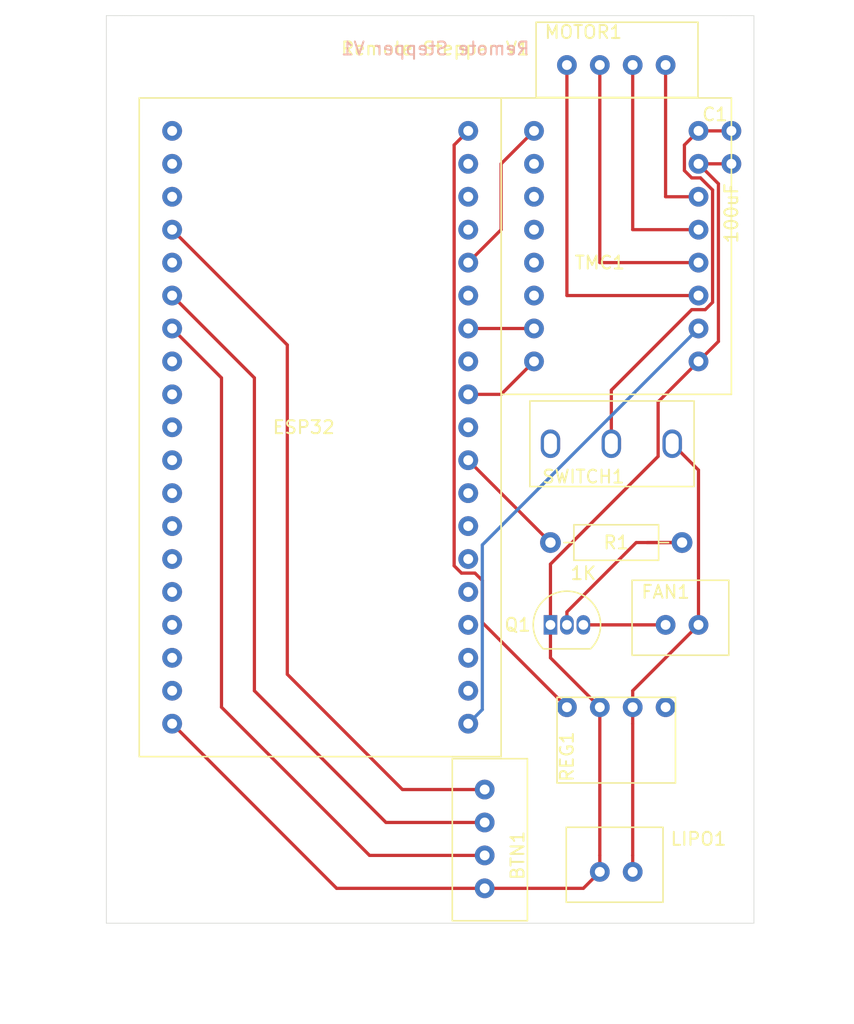
<source format=kicad_pcb>
(kicad_pcb (version 20171130) (host pcbnew "(5.1.8)-1")

  (general
    (thickness 1.6)
    (drawings 6)
    (tracks 77)
    (zones 0)
    (modules 15)
    (nets 54)
  )

  (page A4)
  (layers
    (0 F.Cu signal)
    (31 B.Cu signal)
    (32 B.Adhes user)
    (33 F.Adhes user)
    (34 B.Paste user)
    (35 F.Paste user)
    (36 B.SilkS user)
    (37 F.SilkS user)
    (38 B.Mask user)
    (39 F.Mask user)
    (40 Dwgs.User user)
    (41 Cmts.User user)
    (42 Eco1.User user)
    (43 Eco2.User user)
    (44 Edge.Cuts user)
    (45 Margin user)
    (46 B.CrtYd user)
    (47 F.CrtYd user)
    (48 B.Fab user)
    (49 F.Fab user)
  )

  (setup
    (last_trace_width 0.25)
    (trace_clearance 0.2)
    (zone_clearance 0.508)
    (zone_45_only no)
    (trace_min 0.2)
    (via_size 0.8)
    (via_drill 0.4)
    (via_min_size 0.4)
    (via_min_drill 0.3)
    (uvia_size 0.3)
    (uvia_drill 0.1)
    (uvias_allowed no)
    (uvia_min_size 0.2)
    (uvia_min_drill 0.1)
    (edge_width 0.05)
    (segment_width 0.2)
    (pcb_text_width 0.3)
    (pcb_text_size 1.5 1.5)
    (mod_edge_width 0.12)
    (mod_text_size 1 1)
    (mod_text_width 0.15)
    (pad_size 1.524 1.524)
    (pad_drill 0.762)
    (pad_to_mask_clearance 0)
    (aux_axis_origin 0 0)
    (grid_origin 109.22 54.61)
    (visible_elements 7FFFFFFF)
    (pcbplotparams
      (layerselection 0x010fc_ffffffff)
      (usegerberextensions false)
      (usegerberattributes true)
      (usegerberadvancedattributes true)
      (creategerberjobfile true)
      (excludeedgelayer true)
      (linewidth 0.100000)
      (plotframeref false)
      (viasonmask false)
      (mode 1)
      (useauxorigin false)
      (hpglpennumber 1)
      (hpglpenspeed 20)
      (hpglpendiameter 15.000000)
      (psnegative false)
      (psa4output false)
      (plotreference true)
      (plotvalue true)
      (plotinvisibletext false)
      (padsonsilk false)
      (subtractmaskfromsilk false)
      (outputformat 1)
      (mirror false)
      (drillshape 1)
      (scaleselection 1)
      (outputdirectory ""))
  )

  (net 0 "")
  (net 1 GND)
  (net 2 "Net-(C1-Pad1)")
  (net 3 +5V)
  (net 4 "Net-(ESP32-Pad37)")
  (net 5 "Net-(ESP32-Pad36)")
  (net 6 "Net-(ESP32-Pad35)")
  (net 7 "Net-(ESP32-Pad34)")
  (net 8 "Net-(ESP32-Pad33)")
  (net 9 "Net-(ESP32-Pad32)")
  (net 10 "Net-(ESP32-Pad31)")
  (net 11 "Net-(ESP32-Pad30)")
  (net 12 "Net-(ESP32-Pad29)")
  (net 13 "Net-(ESP32-Pad28)")
  (net 14 "Net-(ESP32-Pad27)")
  (net 15 "Net-(ESP32-Pad26)")
  (net 16 "Net-(ESP32-Pad25)")
  (net 17 "Net-(ESP32-Pad24)")
  (net 18 "Net-(ESP32-Pad23)")
  (net 19 "Net-(ESP32-Pad22)")
  (net 20 "Net-(ESP32-Pad21)")
  (net 21 +3V3)
  (net 22 "Net-(ESP32-Pad18)")
  (net 23 "Net-(ESP32-Pad17)")
  (net 24 "Net-(ESP32-Pad16)")
  (net 25 "Net-(ESP32-Pad15)")
  (net 26 "Net-(ESP32-Pad14)")
  (net 27 "Net-(ESP32-Pad13)")
  (net 28 "Net-(ESP32-Pad12)")
  (net 29 "Net-(ESP32-Pad11)")
  (net 30 "Net-(ESP32-Pad10)")
  (net 31 "Net-(ESP32-Pad9)")
  (net 32 "Net-(ESP32-Pad8)")
  (net 33 "Net-(ESP32-Pad5)")
  (net 34 "Net-(ESP32-Pad3)")
  (net 35 "Net-(ESP32-Pad2)")
  (net 36 "Net-(ESP32-Pad1)")
  (net 37 "Net-(FAN1-Pad2)")
  (net 38 +BATT)
  (net 39 "Net-(MOTOR1-Pad4)")
  (net 40 "Net-(MOTOR1-Pad3)")
  (net 41 "Net-(MOTOR1-Pad2)")
  (net 42 "Net-(MOTOR1-Pad1)")
  (net 43 "Net-(Q1-Pad2)")
  (net 44 "Net-(REG1-Pad4)")
  (net 45 "Net-(SWITCH1-Pad1)")
  (net 46 "Net-(TMC1-Pad6)")
  (net 47 "Net-(TMC1-Pad5)")
  (net 48 "Net-(TMC1-Pad4)")
  (net 49 "Net-(TMC1-Pad3)")
  (net 50 "Net-(TMC1-Pad2)")
  (net 51 "Net-(BTN1-Pad4)")
  (net 52 "Net-(BTN1-Pad3)")
  (net 53 "Net-(BTN1-Pad2)")

  (net_class Default "This is the default net class."
    (clearance 0.2)
    (trace_width 0.25)
    (via_dia 0.8)
    (via_drill 0.4)
    (uvia_dia 0.3)
    (uvia_drill 0.1)
    (add_net +3V3)
    (add_net +5V)
    (add_net +BATT)
    (add_net GND)
    (add_net "Net-(BTN1-Pad2)")
    (add_net "Net-(BTN1-Pad3)")
    (add_net "Net-(BTN1-Pad4)")
    (add_net "Net-(C1-Pad1)")
    (add_net "Net-(ESP32-Pad1)")
    (add_net "Net-(ESP32-Pad10)")
    (add_net "Net-(ESP32-Pad11)")
    (add_net "Net-(ESP32-Pad12)")
    (add_net "Net-(ESP32-Pad13)")
    (add_net "Net-(ESP32-Pad14)")
    (add_net "Net-(ESP32-Pad15)")
    (add_net "Net-(ESP32-Pad16)")
    (add_net "Net-(ESP32-Pad17)")
    (add_net "Net-(ESP32-Pad18)")
    (add_net "Net-(ESP32-Pad2)")
    (add_net "Net-(ESP32-Pad21)")
    (add_net "Net-(ESP32-Pad22)")
    (add_net "Net-(ESP32-Pad23)")
    (add_net "Net-(ESP32-Pad24)")
    (add_net "Net-(ESP32-Pad25)")
    (add_net "Net-(ESP32-Pad26)")
    (add_net "Net-(ESP32-Pad27)")
    (add_net "Net-(ESP32-Pad28)")
    (add_net "Net-(ESP32-Pad29)")
    (add_net "Net-(ESP32-Pad3)")
    (add_net "Net-(ESP32-Pad30)")
    (add_net "Net-(ESP32-Pad31)")
    (add_net "Net-(ESP32-Pad32)")
    (add_net "Net-(ESP32-Pad33)")
    (add_net "Net-(ESP32-Pad34)")
    (add_net "Net-(ESP32-Pad35)")
    (add_net "Net-(ESP32-Pad36)")
    (add_net "Net-(ESP32-Pad37)")
    (add_net "Net-(ESP32-Pad5)")
    (add_net "Net-(ESP32-Pad8)")
    (add_net "Net-(ESP32-Pad9)")
    (add_net "Net-(FAN1-Pad2)")
    (add_net "Net-(MOTOR1-Pad1)")
    (add_net "Net-(MOTOR1-Pad2)")
    (add_net "Net-(MOTOR1-Pad3)")
    (add_net "Net-(MOTOR1-Pad4)")
    (add_net "Net-(Q1-Pad2)")
    (add_net "Net-(REG1-Pad4)")
    (add_net "Net-(SWITCH1-Pad1)")
    (add_net "Net-(TMC1-Pad2)")
    (add_net "Net-(TMC1-Pad3)")
    (add_net "Net-(TMC1-Pad4)")
    (add_net "Net-(TMC1-Pad5)")
    (add_net "Net-(TMC1-Pad6)")
  )

  (module esp32:switch (layer F.Cu) (tedit 621D46CF) (tstamp 6217A610)
    (at 143.51 87.63)
    (path /62196BA3)
    (fp_text reference SWITCH1 (at 2.54 2.54) (layer F.SilkS)
      (effects (font (size 1 1) (thickness 0.15)))
    )
    (fp_text value switch (at 0 -0.5) (layer F.Fab)
      (effects (font (size 1 1) (thickness 0.15)))
    )
    (fp_line (start -1.59 -3.3) (end 11.09 -3.3) (layer F.SilkS) (width 0.12))
    (fp_line (start 11.09 3.3) (end 11.09 -3.3) (layer F.SilkS) (width 0.12))
    (fp_line (start -1.59 3.3) (end 11.09 3.3) (layer F.SilkS) (width 0.12))
    (fp_line (start -1.59 -3.3) (end -1.59 3.3) (layer F.SilkS) (width 0.12))
    (pad 2 thru_hole oval (at 4.7 0) (size 1.5 2.2) (drill oval 1 1.6) (layers *.Cu *.Mask)
      (net 2 "Net-(C1-Pad1)"))
    (pad 3 thru_hole oval (at 9.4 0) (size 1.5 2.2) (drill oval 1 1.6) (layers *.Cu *.Mask)
      (net 38 +BATT))
    (pad 1 thru_hole oval (at 0 0) (size 1.5 2.2) (drill oval 1 1.6) (layers *.Cu *.Mask)
      (net 45 "Net-(SWITCH1-Pad1)"))
  )

  (module esp32:regulator (layer F.Cu) (tedit 621D408E) (tstamp 6217A609)
    (at 142.24 105.41)
    (path /6218A5E7)
    (fp_text reference REG1 (at 2.54 6.35 90) (layer F.SilkS)
      (effects (font (size 1 1) (thickness 0.15)))
    )
    (fp_text value regulator_100 (at 0 -0.5) (layer F.Fab)
      (effects (font (size 1 1) (thickness 0.15)))
    )
    (fp_line (start 1.778 1.778) (end 1.778 8.382) (layer F.SilkS) (width 0.12))
    (fp_line (start 1.778 8.382) (end 10.922 8.382) (layer F.SilkS) (width 0.12))
    (fp_line (start 10.922 8.382) (end 10.922 1.778) (layer F.SilkS) (width 0.12))
    (fp_line (start 10.922 1.778) (end 1.778 1.778) (layer F.SilkS) (width 0.12))
    (pad 1 thru_hole circle (at 2.54 2.54 270) (size 1.524 1.524) (drill 0.762) (layers *.Cu *.Mask)
      (net 3 +5V))
    (pad 2 thru_hole circle (at 5.08 2.54 270) (size 1.524 1.524) (drill 0.762) (layers *.Cu *.Mask)
      (net 1 GND))
    (pad 3 thru_hole circle (at 7.62 2.54 270) (size 1.524 1.524) (drill 0.762) (layers *.Cu *.Mask)
      (net 38 +BATT))
    (pad 4 thru_hole circle (at 10.16 2.54 270) (size 1.524 1.524) (drill 0.762) (layers *.Cu *.Mask)
      (net 44 "Net-(REG1-Pad4)"))
  )

  (module esp32:XH-4A (layer F.Cu) (tedit 621D35A1) (tstamp 621849AC)
    (at 138.43 121.92 90)
    (path /6218559D)
    (fp_text reference BTN1 (at 2.54 2.54 90) (layer F.SilkS)
      (effects (font (size 1 1) (thickness 0.15)))
    )
    (fp_text value button_connector (at 0 -0.5 90) (layer F.Fab)
      (effects (font (size 1 1) (thickness 0.15)))
    )
    (fp_line (start 10 -2.5) (end -2.5 -2.5) (layer F.SilkS) (width 0.12))
    (fp_line (start 10 3.3) (end 10 -2.5) (layer F.SilkS) (width 0.12))
    (fp_line (start -2.5 3.3) (end 10 3.3) (layer F.SilkS) (width 0.12))
    (fp_line (start -2.5 -2.5) (end -2.5 3.3) (layer F.SilkS) (width 0.12))
    (pad 4 thru_hole circle (at 7.62 0 90) (size 1.524 1.524) (drill 0.762) (layers *.Cu *.Mask)
      (net 51 "Net-(BTN1-Pad4)"))
    (pad 3 thru_hole circle (at 5.08 0 90) (size 1.524 1.524) (drill 0.762) (layers *.Cu *.Mask)
      (net 52 "Net-(BTN1-Pad3)"))
    (pad 2 thru_hole circle (at 2.54 0 90) (size 1.524 1.524) (drill 0.762) (layers *.Cu *.Mask)
      (net 53 "Net-(BTN1-Pad2)"))
    (pad 1 thru_hole circle (at 0 0 90) (size 1.524 1.524) (drill 0.762) (layers *.Cu *.Mask)
      (net 1 GND))
  )

  (module esp32:XH-4A (layer F.Cu) (tedit 621D35A1) (tstamp 6217A5D4)
    (at 152.4 58.42 180)
    (path /6218BD9C)
    (fp_text reference MOTOR1 (at 6.35 2.54) (layer F.SilkS)
      (effects (font (size 1 1) (thickness 0.15)))
    )
    (fp_text value motor_connector (at 30.48 -38.1) (layer F.Fab)
      (effects (font (size 1 1) (thickness 0.15)))
    )
    (fp_line (start 10 -2.5) (end -2.5 -2.5) (layer F.SilkS) (width 0.12))
    (fp_line (start 10 3.3) (end 10 -2.5) (layer F.SilkS) (width 0.12))
    (fp_line (start -2.5 3.3) (end 10 3.3) (layer F.SilkS) (width 0.12))
    (fp_line (start -2.5 -2.5) (end -2.5 3.3) (layer F.SilkS) (width 0.12))
    (pad 4 thru_hole circle (at 7.62 0 180) (size 1.524 1.524) (drill 0.762) (layers *.Cu *.Mask)
      (net 39 "Net-(MOTOR1-Pad4)"))
    (pad 3 thru_hole circle (at 5.08 0 180) (size 1.524 1.524) (drill 0.762) (layers *.Cu *.Mask)
      (net 40 "Net-(MOTOR1-Pad3)"))
    (pad 2 thru_hole circle (at 2.54 0 180) (size 1.524 1.524) (drill 0.762) (layers *.Cu *.Mask)
      (net 41 "Net-(MOTOR1-Pad2)"))
    (pad 1 thru_hole circle (at 0 0 180) (size 1.524 1.524) (drill 0.762) (layers *.Cu *.Mask)
      (net 42 "Net-(MOTOR1-Pad1)"))
  )

  (module esp32:XH-2A (layer F.Cu) (tedit 621D3408) (tstamp 6217A5C6)
    (at 154.94 101.6 180)
    (path /6218CF5A)
    (fp_text reference FAN1 (at 2.54 2.54) (layer F.SilkS)
      (effects (font (size 1 1) (thickness 0.15)))
    )
    (fp_text value fan_connector (at 17.78 -25.4 270) (layer F.Fab)
      (effects (font (size 1 1) (thickness 0.15)))
    )
    (fp_line (start 5.13 -2.34) (end -2.34 -2.34) (layer F.SilkS) (width 0.12))
    (fp_line (start 5.13 3.44) (end 5.13 -2.34) (layer F.SilkS) (width 0.12))
    (fp_line (start -2.34 3.44) (end 5.13 3.44) (layer F.SilkS) (width 0.12))
    (fp_line (start -2.34 -2.34) (end -2.34 3.44) (layer F.SilkS) (width 0.12))
    (pad 2 thru_hole circle (at 2.54 0 180) (size 1.524 1.524) (drill 0.762) (layers *.Cu *.Mask)
      (net 37 "Net-(FAN1-Pad2)"))
    (pad 1 thru_hole circle (at 0 0 180) (size 1.524 1.524) (drill 0.762) (layers *.Cu *.Mask)
      (net 38 +BATT))
  )

  (module esp32:XH-2A (layer F.Cu) (tedit 621D3408) (tstamp 6217A5CC)
    (at 149.86 120.65 180)
    (path /6218E744)
    (fp_text reference LIPO1 (at -5.08 2.54) (layer F.SilkS)
      (effects (font (size 1 1) (thickness 0.15)))
    )
    (fp_text value "14.8V Battery" (at 0 -0.5) (layer F.Fab)
      (effects (font (size 1 1) (thickness 0.15)))
    )
    (fp_line (start 5.13 -2.34) (end -2.34 -2.34) (layer F.SilkS) (width 0.12))
    (fp_line (start 5.13 3.44) (end 5.13 -2.34) (layer F.SilkS) (width 0.12))
    (fp_line (start -2.34 3.44) (end 5.13 3.44) (layer F.SilkS) (width 0.12))
    (fp_line (start -2.34 -2.34) (end -2.34 3.44) (layer F.SilkS) (width 0.12))
    (pad 2 thru_hole circle (at 2.54 0 180) (size 1.524 1.524) (drill 0.762) (layers *.Cu *.Mask)
      (net 1 GND))
    (pad 1 thru_hole circle (at 0 0 180) (size 1.524 1.524) (drill 0.762) (layers *.Cu *.Mask)
      (net 38 +BATT))
  )

  (module esp32:38pin_2.54mm_pitch_10wide (layer F.Cu) (tedit 62174286) (tstamp 6217A5C0)
    (at 111.76 58.42)
    (path /62185C8E)
    (fp_text reference ESP32 (at 12.7 27.94) (layer F.SilkS)
      (effects (font (size 1 1) (thickness 0.15)))
    )
    (fp_text value teylen_esp_wroom_32 (at 12.7 5.08) (layer F.Fab)
      (effects (font (size 1 1) (thickness 0.15)))
    )
    (fp_line (start 0 2.54) (end 27.94 2.54) (layer F.SilkS) (width 0.12))
    (fp_line (start 27.94 2.54) (end 27.94 53.34) (layer F.SilkS) (width 0.12))
    (fp_line (start 0 2.54) (end 0 53.34) (layer F.SilkS) (width 0.12))
    (fp_line (start 0 53.34) (end 27.94 53.34) (layer F.SilkS) (width 0.12))
    (pad 38 thru_hole circle (at 25.4 5.08) (size 1.524 1.524) (drill 0.762) (layers *.Cu *.Mask)
      (net 3 +5V))
    (pad 37 thru_hole circle (at 25.4 7.62) (size 1.524 1.524) (drill 0.762) (layers *.Cu *.Mask)
      (net 4 "Net-(ESP32-Pad37)"))
    (pad 36 thru_hole circle (at 25.4 10.16) (size 1.524 1.524) (drill 0.762) (layers *.Cu *.Mask)
      (net 5 "Net-(ESP32-Pad36)"))
    (pad 35 thru_hole circle (at 25.4 12.7) (size 1.524 1.524) (drill 0.762) (layers *.Cu *.Mask)
      (net 6 "Net-(ESP32-Pad35)"))
    (pad 34 thru_hole circle (at 25.4 15.24) (size 1.524 1.524) (drill 0.762) (layers *.Cu *.Mask)
      (net 7 "Net-(ESP32-Pad34)"))
    (pad 33 thru_hole circle (at 25.4 17.78) (size 1.524 1.524) (drill 0.762) (layers *.Cu *.Mask)
      (net 8 "Net-(ESP32-Pad33)"))
    (pad 32 thru_hole circle (at 25.4 20.32) (size 1.524 1.524) (drill 0.762) (layers *.Cu *.Mask)
      (net 9 "Net-(ESP32-Pad32)"))
    (pad 31 thru_hole circle (at 25.4 22.86) (size 1.524 1.524) (drill 0.762) (layers *.Cu *.Mask)
      (net 10 "Net-(ESP32-Pad31)"))
    (pad 30 thru_hole circle (at 25.4 25.4) (size 1.524 1.524) (drill 0.762) (layers *.Cu *.Mask)
      (net 11 "Net-(ESP32-Pad30)"))
    (pad 29 thru_hole circle (at 25.4 27.94) (size 1.524 1.524) (drill 0.762) (layers *.Cu *.Mask)
      (net 12 "Net-(ESP32-Pad29)"))
    (pad 28 thru_hole circle (at 25.4 30.48) (size 1.524 1.524) (drill 0.762) (layers *.Cu *.Mask)
      (net 13 "Net-(ESP32-Pad28)"))
    (pad 27 thru_hole circle (at 25.4 33.02) (size 1.524 1.524) (drill 0.762) (layers *.Cu *.Mask)
      (net 14 "Net-(ESP32-Pad27)"))
    (pad 26 thru_hole circle (at 25.4 35.56) (size 1.524 1.524) (drill 0.762) (layers *.Cu *.Mask)
      (net 15 "Net-(ESP32-Pad26)"))
    (pad 25 thru_hole circle (at 25.4 38.1) (size 1.524 1.524) (drill 0.762) (layers *.Cu *.Mask)
      (net 16 "Net-(ESP32-Pad25)"))
    (pad 24 thru_hole circle (at 25.4 40.64) (size 1.524 1.524) (drill 0.762) (layers *.Cu *.Mask)
      (net 17 "Net-(ESP32-Pad24)"))
    (pad 23 thru_hole circle (at 25.4 43.18) (size 1.524 1.524) (drill 0.762) (layers *.Cu *.Mask)
      (net 18 "Net-(ESP32-Pad23)"))
    (pad 22 thru_hole circle (at 25.4 45.72) (size 1.524 1.524) (drill 0.762) (layers *.Cu *.Mask)
      (net 19 "Net-(ESP32-Pad22)"))
    (pad 21 thru_hole circle (at 25.4 48.26) (size 1.524 1.524) (drill 0.762) (layers *.Cu *.Mask)
      (net 20 "Net-(ESP32-Pad21)"))
    (pad 20 thru_hole circle (at 25.4 50.8) (size 1.524 1.524) (drill 0.762) (layers *.Cu *.Mask)
      (net 21 +3V3))
    (pad 19 thru_hole circle (at 2.54 50.8) (size 1.524 1.524) (drill 0.762) (layers *.Cu *.Mask)
      (net 1 GND))
    (pad 18 thru_hole circle (at 2.54 48.26) (size 1.524 1.524) (drill 0.762) (layers *.Cu *.Mask)
      (net 22 "Net-(ESP32-Pad18)"))
    (pad 17 thru_hole circle (at 2.54 45.72) (size 1.524 1.524) (drill 0.762) (layers *.Cu *.Mask)
      (net 23 "Net-(ESP32-Pad17)"))
    (pad 16 thru_hole circle (at 2.54 43.18) (size 1.524 1.524) (drill 0.762) (layers *.Cu *.Mask)
      (net 24 "Net-(ESP32-Pad16)"))
    (pad 15 thru_hole circle (at 2.54 40.64) (size 1.524 1.524) (drill 0.762) (layers *.Cu *.Mask)
      (net 25 "Net-(ESP32-Pad15)"))
    (pad 14 thru_hole circle (at 2.54 38.1) (size 1.524 1.524) (drill 0.762) (layers *.Cu *.Mask)
      (net 26 "Net-(ESP32-Pad14)"))
    (pad 13 thru_hole circle (at 2.54 35.56) (size 1.524 1.524) (drill 0.762) (layers *.Cu *.Mask)
      (net 27 "Net-(ESP32-Pad13)"))
    (pad 12 thru_hole circle (at 2.54 33.02) (size 1.524 1.524) (drill 0.762) (layers *.Cu *.Mask)
      (net 28 "Net-(ESP32-Pad12)"))
    (pad 11 thru_hole circle (at 2.54 30.48) (size 1.524 1.524) (drill 0.762) (layers *.Cu *.Mask)
      (net 29 "Net-(ESP32-Pad11)"))
    (pad 10 thru_hole circle (at 2.54 27.94) (size 1.524 1.524) (drill 0.762) (layers *.Cu *.Mask)
      (net 30 "Net-(ESP32-Pad10)"))
    (pad 9 thru_hole circle (at 2.54 25.4) (size 1.524 1.524) (drill 0.762) (layers *.Cu *.Mask)
      (net 31 "Net-(ESP32-Pad9)"))
    (pad 8 thru_hole circle (at 2.54 22.86) (size 1.524 1.524) (drill 0.762) (layers *.Cu *.Mask)
      (net 32 "Net-(ESP32-Pad8)"))
    (pad 7 thru_hole circle (at 2.54 20.32) (size 1.524 1.524) (drill 0.762) (layers *.Cu *.Mask)
      (net 53 "Net-(BTN1-Pad2)"))
    (pad 6 thru_hole circle (at 2.54 17.78) (size 1.524 1.524) (drill 0.762) (layers *.Cu *.Mask)
      (net 52 "Net-(BTN1-Pad3)"))
    (pad 5 thru_hole circle (at 2.54 15.24) (size 1.524 1.524) (drill 0.762) (layers *.Cu *.Mask)
      (net 33 "Net-(ESP32-Pad5)"))
    (pad 4 thru_hole circle (at 2.54 12.7) (size 1.524 1.524) (drill 0.762) (layers *.Cu *.Mask)
      (net 51 "Net-(BTN1-Pad4)"))
    (pad 3 thru_hole circle (at 2.54 10.16) (size 1.524 1.524) (drill 0.762) (layers *.Cu *.Mask)
      (net 34 "Net-(ESP32-Pad3)"))
    (pad 2 thru_hole circle (at 2.54 7.62) (size 1.524 1.524) (drill 0.762) (layers *.Cu *.Mask)
      (net 35 "Net-(ESP32-Pad2)"))
    (pad 1 thru_hole circle (at 2.54 5.08) (size 1.524 1.524) (drill 0.762) (layers *.Cu *.Mask)
      (net 36 "Net-(ESP32-Pad1)"))
  )

  (module MountingHole:MountingHole_2.2mm_M2 (layer F.Cu) (tedit 56D1B4CB) (tstamp 6218EF9F)
    (at 157.48 123.19)
    (descr "Mounting Hole 2.2mm, no annular, M2")
    (tags "mounting hole 2.2mm no annular m2")
    (attr virtual)
    (fp_text reference REF** (at 0 -3.2) (layer F.SilkS) hide
      (effects (font (size 1 1) (thickness 0.15)))
    )
    (fp_text value MountingHole_2.2mm_M2 (at 0 3.2) (layer F.Fab)
      (effects (font (size 1 1) (thickness 0.15)))
    )
    (fp_circle (center 0 0) (end 2.2 0) (layer Cmts.User) (width 0.15))
    (fp_circle (center 0 0) (end 2.45 0) (layer F.CrtYd) (width 0.05))
    (fp_text user %R (at 0.3 0) (layer F.Fab)
      (effects (font (size 1 1) (thickness 0.15)))
    )
    (pad 1 np_thru_hole circle (at 0 0) (size 2.2 2.2) (drill 2.2) (layers *.Cu *.Mask))
  )

  (module MountingHole:MountingHole_2.2mm_M2 (layer F.Cu) (tedit 56D1B4CB) (tstamp 6218EF74)
    (at 110.49 123.19)
    (descr "Mounting Hole 2.2mm, no annular, M2")
    (tags "mounting hole 2.2mm no annular m2")
    (attr virtual)
    (fp_text reference REF** (at 0 -3.2) (layer F.SilkS) hide
      (effects (font (size 1 1) (thickness 0.15)))
    )
    (fp_text value MountingHole_2.2mm_M2 (at 0 3.2) (layer F.Fab)
      (effects (font (size 1 1) (thickness 0.15)))
    )
    (fp_circle (center 0 0) (end 2.2 0) (layer Cmts.User) (width 0.15))
    (fp_circle (center 0 0) (end 2.45 0) (layer F.CrtYd) (width 0.05))
    (fp_text user %R (at 0.3 0) (layer F.Fab)
      (effects (font (size 1 1) (thickness 0.15)))
    )
    (pad 1 np_thru_hole circle (at 0 0) (size 2.2 2.2) (drill 2.2) (layers *.Cu *.Mask))
  )

  (module MountingHole:MountingHole_2.2mm_M2 (layer F.Cu) (tedit 56D1B4CB) (tstamp 6218EF50)
    (at 157.48 55.88)
    (descr "Mounting Hole 2.2mm, no annular, M2")
    (tags "mounting hole 2.2mm no annular m2")
    (attr virtual)
    (fp_text reference REF** (at 0 -3.2) (layer F.SilkS) hide
      (effects (font (size 1 1) (thickness 0.15)))
    )
    (fp_text value MountingHole_2.2mm_M2 (at 0 3.2) (layer F.Fab)
      (effects (font (size 1 1) (thickness 0.15)))
    )
    (fp_circle (center 0 0) (end 2.2 0) (layer Cmts.User) (width 0.15))
    (fp_circle (center 0 0) (end 2.45 0) (layer F.CrtYd) (width 0.05))
    (fp_text user %R (at 0.3 0) (layer F.Fab)
      (effects (font (size 1 1) (thickness 0.15)))
    )
    (pad 1 np_thru_hole circle (at 0 0) (size 2.2 2.2) (drill 2.2) (layers *.Cu *.Mask))
  )

  (module MountingHole:MountingHole_2.2mm_M2 (layer F.Cu) (tedit 56D1B4CB) (tstamp 6218EF2C)
    (at 110.49 55.88)
    (descr "Mounting Hole 2.2mm, no annular, M2")
    (tags "mounting hole 2.2mm no annular m2")
    (attr virtual)
    (fp_text reference REF** (at 0 -3.2) (layer F.SilkS) hide
      (effects (font (size 1 1) (thickness 0.15)))
    )
    (fp_text value MountingHole_2.2mm_M2 (at 0 3.2) (layer F.Fab)
      (effects (font (size 1 1) (thickness 0.15)))
    )
    (fp_circle (center 0 0) (end 2.2 0) (layer Cmts.User) (width 0.15))
    (fp_circle (center 0 0) (end 2.45 0) (layer F.CrtYd) (width 0.05))
    (fp_text user %R (at 0.3 0) (layer F.Fab)
      (effects (font (size 1 1) (thickness 0.15)))
    )
    (pad 1 np_thru_hole circle (at 0 0) (size 2.2 2.2) (drill 2.2) (layers *.Cu *.Mask))
  )

  (module esp32:XH-2A (layer F.Cu) (tedit 62173F1B) (tstamp 6217A592)
    (at 162.56 60.96 270)
    (path /621943A8)
    (fp_text reference C1 (at 1.27 6.35 180) (layer F.SilkS)
      (effects (font (size 1 1) (thickness 0.15)))
    )
    (fp_text value 100uF (at 8.89 5.08 90) (layer F.SilkS)
      (effects (font (size 1 1) (thickness 0.15)))
    )
    (pad 2 thru_hole circle (at 5.08 5.08 270) (size 1.524 1.524) (drill 0.762) (layers *.Cu *.Mask)
      (net 1 GND))
    (pad 1 thru_hole circle (at 2.54 5.08 270) (size 1.524 1.524) (drill 0.762) (layers *.Cu *.Mask)
      (net 2 "Net-(C1-Pad1)"))
  )

  (module esp32:tmc2208 (layer F.Cu) (tedit 62174207) (tstamp 6217A628)
    (at 139.7 60.96)
    (path /62188A17)
    (fp_text reference TMC1 (at 7.62 12.7) (layer F.SilkS)
      (effects (font (size 1 1) (thickness 0.15)))
    )
    (fp_text value TMC2208 (at 7.62 17.78) (layer F.Fab)
      (effects (font (size 1 1) (thickness 0.15)))
    )
    (fp_line (start 17.78 0) (end 17.78 22.86) (layer F.SilkS) (width 0.12))
    (fp_line (start 17.78 22.86) (end 0 22.86) (layer F.SilkS) (width 0.12))
    (fp_line (start 0 22.86) (end 0 0) (layer F.SilkS) (width 0.12))
    (fp_line (start 0 0) (end 17.78 0) (layer F.SilkS) (width 0.12))
    (pad 16 thru_hole circle (at 15.24 2.54) (size 1.524 1.524) (drill 0.762) (layers *.Cu *.Mask)
      (net 2 "Net-(C1-Pad1)"))
    (pad 10 thru_hole circle (at 15.24 17.78) (size 1.524 1.524) (drill 0.762) (layers *.Cu *.Mask)
      (net 21 +3V3))
    (pad 11 thru_hole circle (at 15.24 15.24) (size 1.524 1.524) (drill 0.762) (layers *.Cu *.Mask)
      (net 39 "Net-(MOTOR1-Pad4)"))
    (pad 12 thru_hole circle (at 15.24 12.7) (size 1.524 1.524) (drill 0.762) (layers *.Cu *.Mask)
      (net 40 "Net-(MOTOR1-Pad3)"))
    (pad 13 thru_hole circle (at 15.24 10.16) (size 1.524 1.524) (drill 0.762) (layers *.Cu *.Mask)
      (net 41 "Net-(MOTOR1-Pad2)"))
    (pad 14 thru_hole circle (at 15.24 7.62) (size 1.524 1.524) (drill 0.762) (layers *.Cu *.Mask)
      (net 42 "Net-(MOTOR1-Pad1)"))
    (pad 15 thru_hole circle (at 15.24 5.08) (size 1.524 1.524) (drill 0.762) (layers *.Cu *.Mask)
      (net 1 GND))
    (pad 9 thru_hole circle (at 15.24 20.32) (size 1.524 1.524) (drill 0.762) (layers *.Cu *.Mask)
      (net 1 GND))
    (pad 8 thru_hole circle (at 2.54 20.32) (size 1.524 1.524) (drill 0.762) (layers *.Cu *.Mask)
      (net 11 "Net-(ESP32-Pad30)"))
    (pad 7 thru_hole circle (at 2.54 17.78) (size 1.524 1.524) (drill 0.762) (layers *.Cu *.Mask)
      (net 9 "Net-(ESP32-Pad32)"))
    (pad 6 thru_hole circle (at 2.54 15.24) (size 1.524 1.524) (drill 0.762) (layers *.Cu *.Mask)
      (net 46 "Net-(TMC1-Pad6)"))
    (pad 5 thru_hole circle (at 2.54 12.7) (size 1.524 1.524) (drill 0.762) (layers *.Cu *.Mask)
      (net 47 "Net-(TMC1-Pad5)"))
    (pad 4 thru_hole circle (at 2.54 10.16) (size 1.524 1.524) (drill 0.762) (layers *.Cu *.Mask)
      (net 48 "Net-(TMC1-Pad4)"))
    (pad 3 thru_hole circle (at 2.54 7.62) (size 1.524 1.524) (drill 0.762) (layers *.Cu *.Mask)
      (net 49 "Net-(TMC1-Pad3)"))
    (pad 2 thru_hole circle (at 2.54 5.08) (size 1.524 1.524) (drill 0.762) (layers *.Cu *.Mask)
      (net 50 "Net-(TMC1-Pad2)"))
    (pad 1 thru_hole circle (at 2.54 2.54) (size 1.524 1.524) (drill 0.762) (layers *.Cu *.Mask)
      (net 7 "Net-(ESP32-Pad34)"))
  )

  (module Resistor_THT:R_Axial_DIN0207_L6.3mm_D2.5mm_P10.16mm_Horizontal (layer F.Cu) (tedit 5AE5139B) (tstamp 6217A5FD)
    (at 143.51 95.25)
    (descr "Resistor, Axial_DIN0207 series, Axial, Horizontal, pin pitch=10.16mm, 0.25W = 1/4W, length*diameter=6.3*2.5mm^2, http://cdn-reichelt.de/documents/datenblatt/B400/1_4W%23YAG.pdf")
    (tags "Resistor Axial_DIN0207 series Axial Horizontal pin pitch 10.16mm 0.25W = 1/4W length 6.3mm diameter 2.5mm")
    (path /62191CB8)
    (fp_text reference R1 (at 5.08 0) (layer F.SilkS)
      (effects (font (size 1 1) (thickness 0.15)))
    )
    (fp_text value 1K (at 2.54 2.37) (layer F.SilkS)
      (effects (font (size 1 1) (thickness 0.15)))
    )
    (fp_line (start 11.21 -1.5) (end -1.05 -1.5) (layer F.CrtYd) (width 0.05))
    (fp_line (start 11.21 1.5) (end 11.21 -1.5) (layer F.CrtYd) (width 0.05))
    (fp_line (start -1.05 1.5) (end 11.21 1.5) (layer F.CrtYd) (width 0.05))
    (fp_line (start -1.05 -1.5) (end -1.05 1.5) (layer F.CrtYd) (width 0.05))
    (fp_line (start 9.12 0) (end 8.35 0) (layer F.SilkS) (width 0.12))
    (fp_line (start 1.04 0) (end 1.81 0) (layer F.SilkS) (width 0.12))
    (fp_line (start 8.35 -1.37) (end 1.81 -1.37) (layer F.SilkS) (width 0.12))
    (fp_line (start 8.35 1.37) (end 8.35 -1.37) (layer F.SilkS) (width 0.12))
    (fp_line (start 1.81 1.37) (end 8.35 1.37) (layer F.SilkS) (width 0.12))
    (fp_line (start 1.81 -1.37) (end 1.81 1.37) (layer F.SilkS) (width 0.12))
    (fp_line (start 10.16 0) (end 8.23 0) (layer F.Fab) (width 0.1))
    (fp_line (start 0 0) (end 1.93 0) (layer F.Fab) (width 0.1))
    (fp_line (start 8.23 -1.25) (end 1.93 -1.25) (layer F.Fab) (width 0.1))
    (fp_line (start 8.23 1.25) (end 8.23 -1.25) (layer F.Fab) (width 0.1))
    (fp_line (start 1.93 1.25) (end 8.23 1.25) (layer F.Fab) (width 0.1))
    (fp_line (start 1.93 -1.25) (end 1.93 1.25) (layer F.Fab) (width 0.1))
    (fp_text user %R (at 5.08 0) (layer F.Fab)
      (effects (font (size 1 1) (thickness 0.15)))
    )
    (pad 2 thru_hole oval (at 10.16 0) (size 1.6 1.6) (drill 0.8) (layers *.Cu *.Mask)
      (net 43 "Net-(Q1-Pad2)"))
    (pad 1 thru_hole circle (at 0 0) (size 1.6 1.6) (drill 0.8) (layers *.Cu *.Mask)
      (net 13 "Net-(ESP32-Pad28)"))
    (model ${KISYS3DMOD}/Resistor_THT.3dshapes/R_Axial_DIN0207_L6.3mm_D2.5mm_P10.16mm_Horizontal.wrl
      (at (xyz 0 0 0))
      (scale (xyz 1 1 1))
      (rotate (xyz 0 0 0))
    )
  )

  (module Package_TO_SOT_THT:TO-92_Inline (layer F.Cu) (tedit 5A1DD157) (tstamp 6217A5E6)
    (at 143.51 101.6)
    (descr "TO-92 leads in-line, narrow, oval pads, drill 0.75mm (see NXP sot054_po.pdf)")
    (tags "to-92 sc-43 sc-43a sot54 PA33 transistor")
    (path /6218FFCE)
    (fp_text reference Q1 (at -2.54 0) (layer F.SilkS)
      (effects (font (size 1 1) (thickness 0.15)))
    )
    (fp_text value PN2222A (at -27.94 -2.54) (layer F.Fab)
      (effects (font (size 1 1) (thickness 0.15)))
    )
    (fp_line (start 4 2.01) (end -1.46 2.01) (layer F.CrtYd) (width 0.05))
    (fp_line (start 4 2.01) (end 4 -2.73) (layer F.CrtYd) (width 0.05))
    (fp_line (start -1.46 -2.73) (end -1.46 2.01) (layer F.CrtYd) (width 0.05))
    (fp_line (start -1.46 -2.73) (end 4 -2.73) (layer F.CrtYd) (width 0.05))
    (fp_line (start -0.5 1.75) (end 3 1.75) (layer F.Fab) (width 0.1))
    (fp_line (start -0.53 1.85) (end 3.07 1.85) (layer F.SilkS) (width 0.12))
    (fp_arc (start 1.27 0) (end 1.27 -2.6) (angle 135) (layer F.SilkS) (width 0.12))
    (fp_arc (start 1.27 0) (end 1.27 -2.48) (angle -135) (layer F.Fab) (width 0.1))
    (fp_arc (start 1.27 0) (end 1.27 -2.6) (angle -135) (layer F.SilkS) (width 0.12))
    (fp_arc (start 1.27 0) (end 1.27 -2.48) (angle 135) (layer F.Fab) (width 0.1))
    (fp_text user %R (at 1.27 0) (layer F.Fab)
      (effects (font (size 1 1) (thickness 0.15)))
    )
    (pad 1 thru_hole rect (at 0 0) (size 1.05 1.5) (drill 0.75) (layers *.Cu *.Mask)
      (net 1 GND))
    (pad 3 thru_hole oval (at 2.54 0) (size 1.05 1.5) (drill 0.75) (layers *.Cu *.Mask)
      (net 37 "Net-(FAN1-Pad2)"))
    (pad 2 thru_hole oval (at 1.27 0) (size 1.05 1.5) (drill 0.75) (layers *.Cu *.Mask)
      (net 43 "Net-(Q1-Pad2)"))
    (model ${KISYS3DMOD}/Package_TO_SOT_THT.3dshapes/TO-92_Inline.wrl
      (at (xyz 0 0 0))
      (scale (xyz 1 1 1))
      (rotate (xyz 0 0 0))
    )
  )

  (gr_text "Remote Stepper V1" (at 134.62 57.15) (layer F.SilkS)
    (effects (font (size 1 1) (thickness 0.15)))
  )
  (gr_text "Remote Stepper V1" (at 134.62 57.15) (layer B.SilkS)
    (effects (font (size 1 1) (thickness 0.15)) (justify mirror))
  )
  (gr_line (start 109.22 54.61) (end 159.22 54.61) (layer Edge.Cuts) (width 0.05) (tstamp 6217E2BB))
  (gr_line (start 109.22 54.61) (end 109.22 124.61) (layer Edge.Cuts) (width 0.05))
  (gr_line (start 109.22 124.61) (end 159.22 124.61) (layer Edge.Cuts) (width 0.05))
  (gr_line (start 159.22 54.61) (end 159.22 124.61) (layer Edge.Cuts) (width 0.05))

  (segment (start 138.43 121.92) (end 144.78 121.92) (width 0.25) (layer F.Cu) (net 1))
  (segment (start 127 121.92) (end 114.3 109.22) (width 0.25) (layer F.Cu) (net 1))
  (segment (start 138.43 121.92) (end 127 121.92) (width 0.25) (layer F.Cu) (net 1))
  (segment (start 147.32 119.38) (end 147.32 107.95) (width 0.25) (layer F.Cu) (net 1))
  (segment (start 143.51 104.14) (end 143.51 101.6) (width 0.25) (layer F.Cu) (net 1))
  (segment (start 147.32 107.95) (end 143.51 104.14) (width 0.25) (layer F.Cu) (net 1))
  (segment (start 151.822999 84.397001) (end 154.94 81.28) (width 0.25) (layer F.Cu) (net 1))
  (segment (start 151.822999 88.602003) (end 151.822999 84.397001) (width 0.25) (layer F.Cu) (net 1))
  (segment (start 143.51 96.915002) (end 151.822999 88.602003) (width 0.25) (layer F.Cu) (net 1))
  (segment (start 143.51 101.6) (end 143.51 96.915002) (width 0.25) (layer F.Cu) (net 1))
  (segment (start 154.94 66.04) (end 157.48 66.04) (width 0.25) (layer F.Cu) (net 1))
  (segment (start 156.47701 79.74299) (end 154.94 81.28) (width 0.25) (layer F.Cu) (net 1))
  (segment (start 156.47701 67.57701) (end 156.47701 79.74299) (width 0.25) (layer F.Cu) (net 1))
  (segment (start 154.94 66.04) (end 156.47701 67.57701) (width 0.25) (layer F.Cu) (net 1))
  (segment (start 147.32 120.65) (end 146.05 121.92) (width 0.25) (layer F.Cu) (net 1))
  (segment (start 146.05 121.92) (end 144.78 121.92) (width 0.25) (layer F.Cu) (net 1))
  (segment (start 147.32 120.65) (end 147.32 119.38) (width 0.25) (layer F.Cu) (net 1))
  (segment (start 154.94 63.5) (end 157.48 63.5) (width 0.25) (layer F.Cu) (net 2))
  (segment (start 153.852999 64.587001) (end 154.94 63.5) (width 0.25) (layer F.Cu) (net 2))
  (segment (start 154.418239 67.127001) (end 153.852999 66.561761) (width 0.25) (layer F.Cu) (net 2))
  (segment (start 153.852999 66.561761) (end 153.852999 64.587001) (width 0.25) (layer F.Cu) (net 2))
  (segment (start 155.095763 67.127001) (end 154.418239 67.127001) (width 0.25) (layer F.Cu) (net 2))
  (segment (start 156.027001 68.058239) (end 155.095763 67.127001) (width 0.25) (layer F.Cu) (net 2))
  (segment (start 156.027001 76.721761) (end 156.027001 68.058239) (width 0.25) (layer F.Cu) (net 2))
  (segment (start 154.418239 77.287001) (end 155.461761 77.287001) (width 0.25) (layer F.Cu) (net 2))
  (segment (start 155.461761 77.287001) (end 156.027001 76.721761) (width 0.25) (layer F.Cu) (net 2))
  (segment (start 148.21 83.49524) (end 154.418239 77.287001) (width 0.25) (layer F.Cu) (net 2))
  (segment (start 148.21 87.63) (end 148.21 83.49524) (width 0.25) (layer F.Cu) (net 2))
  (segment (start 136.072999 64.587001) (end 137.16 63.5) (width 0.25) (layer F.Cu) (net 3))
  (segment (start 136.638239 97.607001) (end 136.072999 97.041761) (width 0.25) (layer F.Cu) (net 3))
  (segment (start 137.681761 97.607001) (end 136.638239 97.607001) (width 0.25) (layer F.Cu) (net 3))
  (segment (start 136.072999 97.041761) (end 136.072999 64.587001) (width 0.25) (layer F.Cu) (net 3))
  (segment (start 138.247001 101.417001) (end 138.247001 98.172241) (width 0.25) (layer F.Cu) (net 3))
  (segment (start 138.247001 98.172241) (end 137.681761 97.607001) (width 0.25) (layer F.Cu) (net 3))
  (segment (start 144.78 107.95) (end 138.247001 101.417001) (width 0.25) (layer F.Cu) (net 3))
  (segment (start 137.16 73.66) (end 139.7 71.12) (width 0.25) (layer F.Cu) (net 7))
  (segment (start 139.7 66.04) (end 142.24 63.5) (width 0.25) (layer F.Cu) (net 7))
  (segment (start 139.7 71.12) (end 139.7 66.04) (width 0.25) (layer F.Cu) (net 7))
  (segment (start 137.16 78.74) (end 142.24 78.74) (width 0.25) (layer F.Cu) (net 9))
  (segment (start 139.7 83.82) (end 142.24 81.28) (width 0.25) (layer F.Cu) (net 11))
  (segment (start 137.16 83.82) (end 139.7 83.82) (width 0.25) (layer F.Cu) (net 11))
  (segment (start 143.51 95.25) (end 137.16 88.9) (width 0.25) (layer F.Cu) (net 13))
  (segment (start 138.247001 95.432999) (end 154.94 78.74) (width 0.25) (layer B.Cu) (net 21))
  (segment (start 138.247001 108.132999) (end 138.247001 95.432999) (width 0.25) (layer B.Cu) (net 21))
  (segment (start 137.16 109.22) (end 138.247001 108.132999) (width 0.25) (layer B.Cu) (net 21))
  (segment (start 146.05 101.6) (end 152.4 101.6) (width 0.25) (layer F.Cu) (net 37))
  (segment (start 149.86 119.38) (end 149.86 109.22) (width 0.25) (layer F.Cu) (net 38))
  (segment (start 149.86 109.22) (end 149.86 107.95) (width 0.25) (layer F.Cu) (net 38))
  (segment (start 149.86 106.68) (end 154.94 101.6) (width 0.25) (layer F.Cu) (net 38))
  (segment (start 149.86 107.95) (end 149.86 106.68) (width 0.25) (layer F.Cu) (net 38))
  (segment (start 154.94 89.66) (end 152.91 87.63) (width 0.25) (layer F.Cu) (net 38))
  (segment (start 154.94 101.6) (end 154.94 89.66) (width 0.25) (layer F.Cu) (net 38))
  (segment (start 149.86 120.65) (end 149.86 119.38) (width 0.25) (layer F.Cu) (net 38))
  (segment (start 154.94 76.2) (end 144.78 76.2) (width 0.25) (layer F.Cu) (net 39))
  (segment (start 144.78 76.2) (end 144.78 58.42) (width 0.25) (layer F.Cu) (net 39))
  (segment (start 154.94 73.66) (end 147.32 73.66) (width 0.25) (layer F.Cu) (net 40))
  (segment (start 147.32 73.66) (end 147.32 58.42) (width 0.25) (layer F.Cu) (net 40))
  (segment (start 154.94 71.12) (end 149.86 71.12) (width 0.25) (layer F.Cu) (net 41))
  (segment (start 149.86 71.12) (end 149.86 58.42) (width 0.25) (layer F.Cu) (net 41))
  (segment (start 154.94 68.58) (end 152.4 68.58) (width 0.25) (layer F.Cu) (net 42))
  (segment (start 152.4 68.58) (end 152.4 58.42) (width 0.25) (layer F.Cu) (net 42))
  (segment (start 150.972905 95.25) (end 153.67 95.25) (width 0.25) (layer F.Cu) (net 43))
  (segment (start 150.13 95.25) (end 153.67 95.25) (width 0.25) (layer F.Cu) (net 43))
  (segment (start 144.78 100.6) (end 150.13 95.25) (width 0.25) (layer F.Cu) (net 43))
  (segment (start 144.78 101.6) (end 144.78 100.6) (width 0.25) (layer F.Cu) (net 43))
  (segment (start 123.19 80.01) (end 114.3 71.12) (width 0.25) (layer F.Cu) (net 51))
  (segment (start 123.19 105.41) (end 123.19 80.01) (width 0.25) (layer F.Cu) (net 51))
  (segment (start 132.08 114.3) (end 123.19 105.41) (width 0.25) (layer F.Cu) (net 51))
  (segment (start 138.43 114.3) (end 132.08 114.3) (width 0.25) (layer F.Cu) (net 51))
  (segment (start 138.43 116.84) (end 130.81 116.84) (width 0.25) (layer F.Cu) (net 52))
  (segment (start 130.81 116.84) (end 120.65 106.68) (width 0.25) (layer F.Cu) (net 52))
  (segment (start 120.65 82.55) (end 114.3 76.2) (width 0.25) (layer F.Cu) (net 52))
  (segment (start 120.65 106.68) (end 120.65 82.55) (width 0.25) (layer F.Cu) (net 52))
  (segment (start 118.11 82.55) (end 114.3 78.74) (width 0.25) (layer F.Cu) (net 53))
  (segment (start 118.11 107.95) (end 118.11 82.55) (width 0.25) (layer F.Cu) (net 53))
  (segment (start 129.54 119.38) (end 118.11 107.95) (width 0.25) (layer F.Cu) (net 53))
  (segment (start 138.43 119.38) (end 129.54 119.38) (width 0.25) (layer F.Cu) (net 53))

)

</source>
